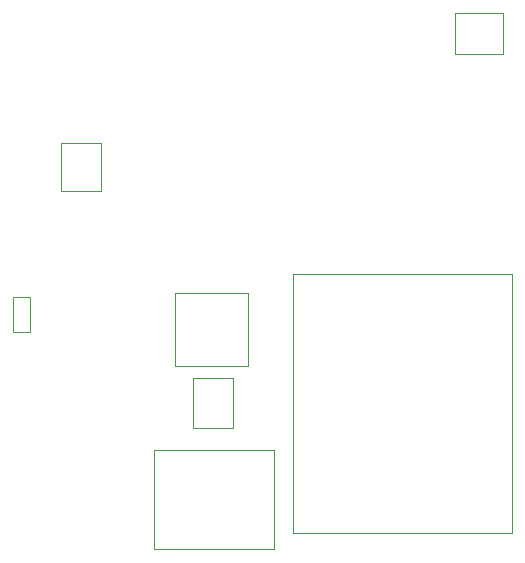
<source format=gbr>
%TF.GenerationSoftware,Altium Limited,Altium Designer,20.0.12 (288)*%
G04 Layer_Color=32768*
%FSLAX45Y45*%
%MOMM*%
%TF.FileFunction,Other,Mechanical_15*%
%TF.Part,Single*%
G01*
G75*
%TA.AperFunction,NonConductor*%
%ADD85C,0.05000*%
D85*
X13802499Y5835000D02*
X14142500D01*
X13802499Y5425000D02*
Y5835000D01*
X14142500Y5425000D02*
Y5835000D01*
X13802499Y5425000D02*
X14142500D01*
X13543500Y4230500D02*
Y4527500D01*
X13396500Y4230500D02*
X13543500D01*
X13396500D02*
Y4527500D01*
X13543500D01*
X14918750Y3422000D02*
X15261250D01*
Y3844000D01*
X14918750D02*
X15261250D01*
X14918750Y3422000D02*
Y3844000D01*
X14589700Y2395000D02*
Y3237000D01*
Y2395000D02*
X15604700D01*
Y3237000D01*
X14589700D02*
X15604700D01*
X15390500Y3947000D02*
Y4568000D01*
X14769501Y3947000D02*
Y4568000D01*
Y3947000D02*
X15390500D01*
X14769501Y4568000D02*
X15390500D01*
X15772501Y2535000D02*
X17622501D01*
X15772501D02*
Y4725000D01*
X17622501D01*
Y2535000D02*
Y4725000D01*
X17140001Y6592500D02*
Y6932500D01*
Y6592500D02*
X17550002D01*
X17140001Y6932500D02*
X17550002D01*
Y6592500D02*
Y6932500D01*
%TF.MD5,2e02cc64d73aa26c20a1e0df71d5e3e3*%
M02*

</source>
